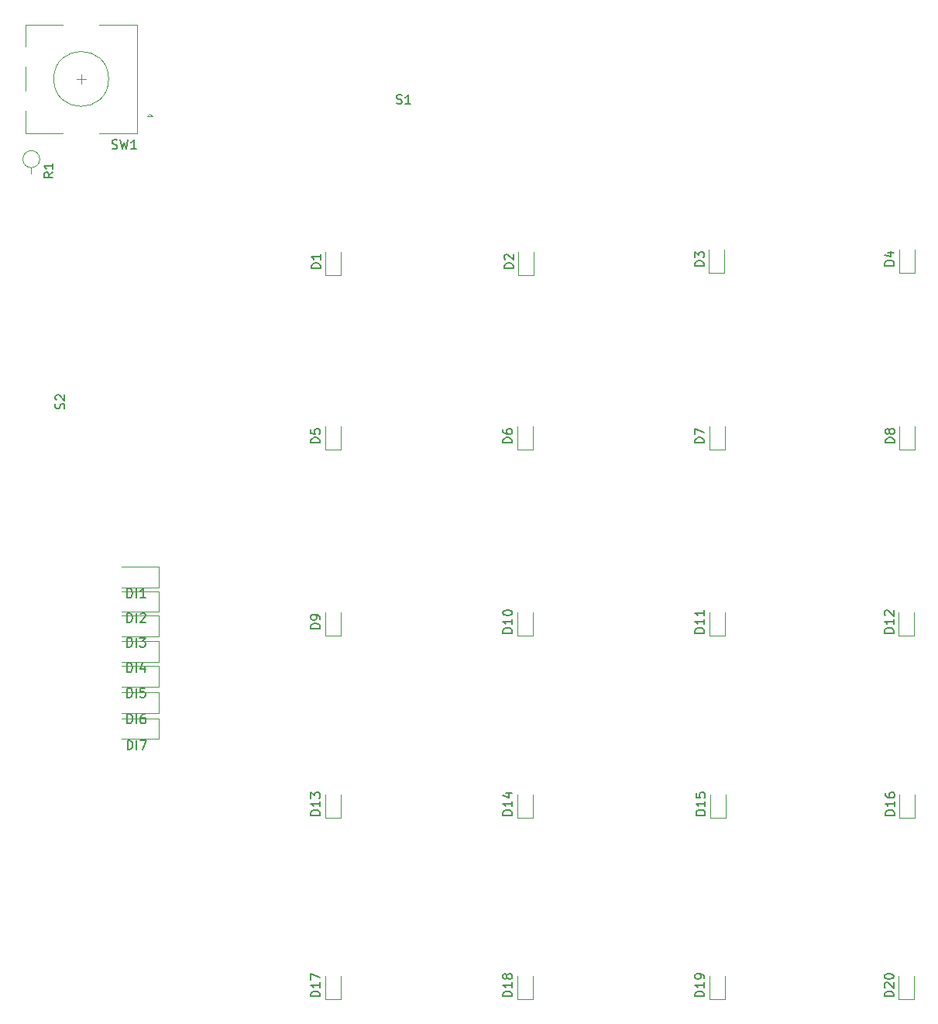
<source format=gto>
G04 #@! TF.GenerationSoftware,KiCad,Pcbnew,(5.1.0)-1*
G04 #@! TF.CreationDate,2019-03-23T00:40:19+01:00*
G04 #@! TF.ProjectId,Schematic2,53636865-6d61-4746-9963-322e6b696361,rev?*
G04 #@! TF.SameCoordinates,Original*
G04 #@! TF.FileFunction,Legend,Top*
G04 #@! TF.FilePolarity,Positive*
%FSLAX46Y46*%
G04 Gerber Fmt 4.6, Leading zero omitted, Abs format (unit mm)*
G04 Created by KiCad (PCBNEW (5.1.0)-1) date 2019-03-23 00:40:19*
%MOMM*%
%LPD*%
G04 APERTURE LIST*
%ADD10C,0.120000*%
%ADD11C,0.150000*%
G04 APERTURE END LIST*
D10*
X86120000Y-138470000D02*
X86120000Y-135920000D01*
X87820000Y-138470000D02*
X87820000Y-135920000D01*
X86120000Y-138470000D02*
X87820000Y-138470000D01*
X107120000Y-138470000D02*
X107120000Y-135920000D01*
X108820000Y-138470000D02*
X108820000Y-135920000D01*
X107120000Y-138470000D02*
X108820000Y-138470000D01*
X127820000Y-138470000D02*
X127820000Y-135920000D01*
X129520000Y-138470000D02*
X129520000Y-135920000D01*
X127820000Y-138470000D02*
X129520000Y-138470000D01*
X65120000Y-138470000D02*
X65120000Y-135920000D01*
X66820000Y-138470000D02*
X66820000Y-135920000D01*
X65120000Y-138470000D02*
X66820000Y-138470000D01*
X38970000Y-37970000D02*
X37970000Y-37970000D01*
X38470000Y-38470000D02*
X38470000Y-37470000D01*
X32370000Y-34470000D02*
X32370000Y-32070000D01*
X32370000Y-39270000D02*
X32370000Y-36670000D01*
X32370000Y-43870000D02*
X32370000Y-41470000D01*
X45670000Y-42070000D02*
X45970000Y-41770000D01*
X46270000Y-42070000D02*
X45670000Y-42070000D01*
X45970000Y-41770000D02*
X46270000Y-42070000D01*
X44570000Y-43870000D02*
X44570000Y-32070000D01*
X40470000Y-43870000D02*
X44570000Y-43870000D01*
X40470000Y-32070000D02*
X44570000Y-32070000D01*
X32370000Y-32070000D02*
X36470000Y-32070000D01*
X36470000Y-43870000D02*
X32370000Y-43870000D01*
X41470000Y-37970000D02*
G75*
G03X41470000Y-37970000I-3000000J0D01*
G01*
X46942500Y-99355000D02*
X42882500Y-99355000D01*
X46942500Y-101625000D02*
X46942500Y-99355000D01*
X42882500Y-101625000D02*
X46942500Y-101625000D01*
X46962500Y-107805000D02*
X42902500Y-107805000D01*
X46962500Y-110075000D02*
X46962500Y-107805000D01*
X42902500Y-110075000D02*
X46962500Y-110075000D01*
X46922500Y-102105000D02*
X42862500Y-102105000D01*
X46922500Y-104375000D02*
X46922500Y-102105000D01*
X42862500Y-104375000D02*
X46922500Y-104375000D01*
X46957500Y-104945000D02*
X42897500Y-104945000D01*
X46957500Y-107215000D02*
X46957500Y-104945000D01*
X42897500Y-107215000D02*
X46957500Y-107215000D01*
X33938000Y-46734000D02*
G75*
G03X33938000Y-46734000I-920000J0D01*
G01*
X33018000Y-47654000D02*
X33018000Y-48274000D01*
X65188000Y-59410000D02*
X65188000Y-56860000D01*
X66888000Y-59410000D02*
X66888000Y-56860000D01*
X65188000Y-59410000D02*
X66888000Y-59410000D01*
X127870000Y-59120000D02*
X127870000Y-56570000D01*
X129570000Y-59120000D02*
X129570000Y-56570000D01*
X127870000Y-59120000D02*
X129570000Y-59120000D01*
X86270000Y-59410000D02*
X86270000Y-56860000D01*
X87970000Y-59410000D02*
X87970000Y-56860000D01*
X86270000Y-59410000D02*
X87970000Y-59410000D01*
X107098000Y-59156000D02*
X107098000Y-56606000D01*
X108798000Y-59156000D02*
X108798000Y-56606000D01*
X107098000Y-59156000D02*
X108798000Y-59156000D01*
X65120000Y-78470000D02*
X65120000Y-75920000D01*
X66820000Y-78470000D02*
X66820000Y-75920000D01*
X65120000Y-78470000D02*
X66820000Y-78470000D01*
X46922500Y-96605000D02*
X42862500Y-96605000D01*
X46922500Y-98875000D02*
X46922500Y-96605000D01*
X42862500Y-98875000D02*
X46922500Y-98875000D01*
X107120000Y-98770000D02*
X107120000Y-96220000D01*
X108820000Y-98770000D02*
X108820000Y-96220000D01*
X107120000Y-98770000D02*
X108820000Y-98770000D01*
X127920000Y-118670000D02*
X127920000Y-116120000D01*
X129620000Y-118670000D02*
X129620000Y-116120000D01*
X127920000Y-118670000D02*
X129620000Y-118670000D01*
X65120000Y-118670000D02*
X65120000Y-116120000D01*
X66820000Y-118670000D02*
X66820000Y-116120000D01*
X65120000Y-118670000D02*
X66820000Y-118670000D01*
X107120000Y-78470000D02*
X107120000Y-75920000D01*
X108820000Y-78470000D02*
X108820000Y-75920000D01*
X107120000Y-78470000D02*
X108820000Y-78470000D01*
X65120000Y-98770000D02*
X65120000Y-96220000D01*
X66820000Y-98770000D02*
X66820000Y-96220000D01*
X65120000Y-98770000D02*
X66820000Y-98770000D01*
X86120000Y-118670000D02*
X86120000Y-116120000D01*
X87820000Y-118670000D02*
X87820000Y-116120000D01*
X86120000Y-118670000D02*
X87820000Y-118670000D01*
X86120000Y-78470000D02*
X86120000Y-75920000D01*
X87820000Y-78470000D02*
X87820000Y-75920000D01*
X86120000Y-78470000D02*
X87820000Y-78470000D01*
X107220000Y-118670000D02*
X107220000Y-116120000D01*
X108920000Y-118670000D02*
X108920000Y-116120000D01*
X107220000Y-118670000D02*
X108920000Y-118670000D01*
X127920000Y-78470000D02*
X127920000Y-75920000D01*
X129620000Y-78470000D02*
X129620000Y-75920000D01*
X127920000Y-78470000D02*
X129620000Y-78470000D01*
X127820000Y-98770000D02*
X127820000Y-96220000D01*
X129520000Y-98770000D02*
X129520000Y-96220000D01*
X127820000Y-98770000D02*
X129520000Y-98770000D01*
X86120000Y-98770000D02*
X86120000Y-96220000D01*
X87820000Y-98770000D02*
X87820000Y-96220000D01*
X86120000Y-98770000D02*
X87820000Y-98770000D01*
X46942500Y-93915000D02*
X42882500Y-93915000D01*
X46942500Y-96185000D02*
X46942500Y-93915000D01*
X42882500Y-96185000D02*
X46942500Y-96185000D01*
X46942500Y-91235000D02*
X42882500Y-91235000D01*
X46942500Y-93505000D02*
X46942500Y-91235000D01*
X42882500Y-93505000D02*
X46942500Y-93505000D01*
D11*
X85572380Y-138184285D02*
X84572380Y-138184285D01*
X84572380Y-137946190D01*
X84620000Y-137803333D01*
X84715238Y-137708095D01*
X84810476Y-137660476D01*
X85000952Y-137612857D01*
X85143809Y-137612857D01*
X85334285Y-137660476D01*
X85429523Y-137708095D01*
X85524761Y-137803333D01*
X85572380Y-137946190D01*
X85572380Y-138184285D01*
X85572380Y-136660476D02*
X85572380Y-137231904D01*
X85572380Y-136946190D02*
X84572380Y-136946190D01*
X84715238Y-137041428D01*
X84810476Y-137136666D01*
X84858095Y-137231904D01*
X85000952Y-136089047D02*
X84953333Y-136184285D01*
X84905714Y-136231904D01*
X84810476Y-136279523D01*
X84762857Y-136279523D01*
X84667619Y-136231904D01*
X84620000Y-136184285D01*
X84572380Y-136089047D01*
X84572380Y-135898571D01*
X84620000Y-135803333D01*
X84667619Y-135755714D01*
X84762857Y-135708095D01*
X84810476Y-135708095D01*
X84905714Y-135755714D01*
X84953333Y-135803333D01*
X85000952Y-135898571D01*
X85000952Y-136089047D01*
X85048571Y-136184285D01*
X85096190Y-136231904D01*
X85191428Y-136279523D01*
X85381904Y-136279523D01*
X85477142Y-136231904D01*
X85524761Y-136184285D01*
X85572380Y-136089047D01*
X85572380Y-135898571D01*
X85524761Y-135803333D01*
X85477142Y-135755714D01*
X85381904Y-135708095D01*
X85191428Y-135708095D01*
X85096190Y-135755714D01*
X85048571Y-135803333D01*
X85000952Y-135898571D01*
X106572380Y-138184285D02*
X105572380Y-138184285D01*
X105572380Y-137946190D01*
X105620000Y-137803333D01*
X105715238Y-137708095D01*
X105810476Y-137660476D01*
X106000952Y-137612857D01*
X106143809Y-137612857D01*
X106334285Y-137660476D01*
X106429523Y-137708095D01*
X106524761Y-137803333D01*
X106572380Y-137946190D01*
X106572380Y-138184285D01*
X106572380Y-136660476D02*
X106572380Y-137231904D01*
X106572380Y-136946190D02*
X105572380Y-136946190D01*
X105715238Y-137041428D01*
X105810476Y-137136666D01*
X105858095Y-137231904D01*
X106572380Y-136184285D02*
X106572380Y-135993809D01*
X106524761Y-135898571D01*
X106477142Y-135850952D01*
X106334285Y-135755714D01*
X106143809Y-135708095D01*
X105762857Y-135708095D01*
X105667619Y-135755714D01*
X105620000Y-135803333D01*
X105572380Y-135898571D01*
X105572380Y-136089047D01*
X105620000Y-136184285D01*
X105667619Y-136231904D01*
X105762857Y-136279523D01*
X106000952Y-136279523D01*
X106096190Y-136231904D01*
X106143809Y-136184285D01*
X106191428Y-136089047D01*
X106191428Y-135898571D01*
X106143809Y-135803333D01*
X106096190Y-135755714D01*
X106000952Y-135708095D01*
X127272380Y-138184285D02*
X126272380Y-138184285D01*
X126272380Y-137946190D01*
X126320000Y-137803333D01*
X126415238Y-137708095D01*
X126510476Y-137660476D01*
X126700952Y-137612857D01*
X126843809Y-137612857D01*
X127034285Y-137660476D01*
X127129523Y-137708095D01*
X127224761Y-137803333D01*
X127272380Y-137946190D01*
X127272380Y-138184285D01*
X126367619Y-137231904D02*
X126320000Y-137184285D01*
X126272380Y-137089047D01*
X126272380Y-136850952D01*
X126320000Y-136755714D01*
X126367619Y-136708095D01*
X126462857Y-136660476D01*
X126558095Y-136660476D01*
X126700952Y-136708095D01*
X127272380Y-137279523D01*
X127272380Y-136660476D01*
X126272380Y-136041428D02*
X126272380Y-135946190D01*
X126320000Y-135850952D01*
X126367619Y-135803333D01*
X126462857Y-135755714D01*
X126653333Y-135708095D01*
X126891428Y-135708095D01*
X127081904Y-135755714D01*
X127177142Y-135803333D01*
X127224761Y-135850952D01*
X127272380Y-135946190D01*
X127272380Y-136041428D01*
X127224761Y-136136666D01*
X127177142Y-136184285D01*
X127081904Y-136231904D01*
X126891428Y-136279523D01*
X126653333Y-136279523D01*
X126462857Y-136231904D01*
X126367619Y-136184285D01*
X126320000Y-136136666D01*
X126272380Y-136041428D01*
X64572380Y-138184285D02*
X63572380Y-138184285D01*
X63572380Y-137946190D01*
X63620000Y-137803333D01*
X63715238Y-137708095D01*
X63810476Y-137660476D01*
X64000952Y-137612857D01*
X64143809Y-137612857D01*
X64334285Y-137660476D01*
X64429523Y-137708095D01*
X64524761Y-137803333D01*
X64572380Y-137946190D01*
X64572380Y-138184285D01*
X64572380Y-136660476D02*
X64572380Y-137231904D01*
X64572380Y-136946190D02*
X63572380Y-136946190D01*
X63715238Y-137041428D01*
X63810476Y-137136666D01*
X63858095Y-137231904D01*
X63572380Y-136327142D02*
X63572380Y-135660476D01*
X64572380Y-136089047D01*
X41836666Y-45574761D02*
X41979523Y-45622380D01*
X42217619Y-45622380D01*
X42312857Y-45574761D01*
X42360476Y-45527142D01*
X42408095Y-45431904D01*
X42408095Y-45336666D01*
X42360476Y-45241428D01*
X42312857Y-45193809D01*
X42217619Y-45146190D01*
X42027142Y-45098571D01*
X41931904Y-45050952D01*
X41884285Y-45003333D01*
X41836666Y-44908095D01*
X41836666Y-44812857D01*
X41884285Y-44717619D01*
X41931904Y-44670000D01*
X42027142Y-44622380D01*
X42265238Y-44622380D01*
X42408095Y-44670000D01*
X42741428Y-44622380D02*
X42979523Y-45622380D01*
X43170000Y-44908095D01*
X43360476Y-45622380D01*
X43598571Y-44622380D01*
X44503333Y-45622380D02*
X43931904Y-45622380D01*
X44217619Y-45622380D02*
X44217619Y-44622380D01*
X44122380Y-44765238D01*
X44027142Y-44860476D01*
X43931904Y-44908095D01*
X43506309Y-102762380D02*
X43506309Y-101762380D01*
X43744404Y-101762380D01*
X43887261Y-101810000D01*
X43982500Y-101905238D01*
X44030119Y-102000476D01*
X44077738Y-102190952D01*
X44077738Y-102333809D01*
X44030119Y-102524285D01*
X43982500Y-102619523D01*
X43887261Y-102714761D01*
X43744404Y-102762380D01*
X43506309Y-102762380D01*
X44506309Y-102762380D02*
X44506309Y-101762380D01*
X45411071Y-102095714D02*
X45411071Y-102762380D01*
X45172976Y-101714761D02*
X44934880Y-102429047D01*
X45553928Y-102429047D01*
X43526309Y-111212380D02*
X43526309Y-110212380D01*
X43764404Y-110212380D01*
X43907261Y-110260000D01*
X44002500Y-110355238D01*
X44050119Y-110450476D01*
X44097738Y-110640952D01*
X44097738Y-110783809D01*
X44050119Y-110974285D01*
X44002500Y-111069523D01*
X43907261Y-111164761D01*
X43764404Y-111212380D01*
X43526309Y-111212380D01*
X44526309Y-111212380D02*
X44526309Y-110212380D01*
X44907261Y-110212380D02*
X45573928Y-110212380D01*
X45145357Y-111212380D01*
X43486309Y-105512380D02*
X43486309Y-104512380D01*
X43724404Y-104512380D01*
X43867261Y-104560000D01*
X43962500Y-104655238D01*
X44010119Y-104750476D01*
X44057738Y-104940952D01*
X44057738Y-105083809D01*
X44010119Y-105274285D01*
X43962500Y-105369523D01*
X43867261Y-105464761D01*
X43724404Y-105512380D01*
X43486309Y-105512380D01*
X44486309Y-105512380D02*
X44486309Y-104512380D01*
X45438690Y-104512380D02*
X44962500Y-104512380D01*
X44914880Y-104988571D01*
X44962500Y-104940952D01*
X45057738Y-104893333D01*
X45295833Y-104893333D01*
X45391071Y-104940952D01*
X45438690Y-104988571D01*
X45486309Y-105083809D01*
X45486309Y-105321904D01*
X45438690Y-105417142D01*
X45391071Y-105464761D01*
X45295833Y-105512380D01*
X45057738Y-105512380D01*
X44962500Y-105464761D01*
X44914880Y-105417142D01*
X43521309Y-108352380D02*
X43521309Y-107352380D01*
X43759404Y-107352380D01*
X43902261Y-107400000D01*
X43997500Y-107495238D01*
X44045119Y-107590476D01*
X44092738Y-107780952D01*
X44092738Y-107923809D01*
X44045119Y-108114285D01*
X43997500Y-108209523D01*
X43902261Y-108304761D01*
X43759404Y-108352380D01*
X43521309Y-108352380D01*
X44521309Y-108352380D02*
X44521309Y-107352380D01*
X45426071Y-107352380D02*
X45235595Y-107352380D01*
X45140357Y-107400000D01*
X45092738Y-107447619D01*
X44997500Y-107590476D01*
X44949880Y-107780952D01*
X44949880Y-108161904D01*
X44997500Y-108257142D01*
X45045119Y-108304761D01*
X45140357Y-108352380D01*
X45330833Y-108352380D01*
X45426071Y-108304761D01*
X45473690Y-108257142D01*
X45521309Y-108161904D01*
X45521309Y-107923809D01*
X45473690Y-107828571D01*
X45426071Y-107780952D01*
X45330833Y-107733333D01*
X45140357Y-107733333D01*
X45045119Y-107780952D01*
X44997500Y-107828571D01*
X44949880Y-107923809D01*
X35390380Y-48170666D02*
X34914190Y-48504000D01*
X35390380Y-48742095D02*
X34390380Y-48742095D01*
X34390380Y-48361142D01*
X34438000Y-48265904D01*
X34485619Y-48218285D01*
X34580857Y-48170666D01*
X34723714Y-48170666D01*
X34818952Y-48218285D01*
X34866571Y-48265904D01*
X34914190Y-48361142D01*
X34914190Y-48742095D01*
X35390380Y-47218285D02*
X35390380Y-47789714D01*
X35390380Y-47504000D02*
X34390380Y-47504000D01*
X34533238Y-47599238D01*
X34628476Y-47694476D01*
X34676095Y-47789714D01*
X36598761Y-73989904D02*
X36646380Y-73847047D01*
X36646380Y-73608952D01*
X36598761Y-73513714D01*
X36551142Y-73466095D01*
X36455904Y-73418476D01*
X36360666Y-73418476D01*
X36265428Y-73466095D01*
X36217809Y-73513714D01*
X36170190Y-73608952D01*
X36122571Y-73799428D01*
X36074952Y-73894666D01*
X36027333Y-73942285D01*
X35932095Y-73989904D01*
X35836857Y-73989904D01*
X35741619Y-73942285D01*
X35694000Y-73894666D01*
X35646380Y-73799428D01*
X35646380Y-73561333D01*
X35694000Y-73418476D01*
X35741619Y-73037523D02*
X35694000Y-72989904D01*
X35646380Y-72894666D01*
X35646380Y-72656571D01*
X35694000Y-72561333D01*
X35741619Y-72513714D01*
X35836857Y-72466095D01*
X35932095Y-72466095D01*
X36074952Y-72513714D01*
X36646380Y-73085142D01*
X36646380Y-72466095D01*
X64640380Y-58648095D02*
X63640380Y-58648095D01*
X63640380Y-58410000D01*
X63688000Y-58267142D01*
X63783238Y-58171904D01*
X63878476Y-58124285D01*
X64068952Y-58076666D01*
X64211809Y-58076666D01*
X64402285Y-58124285D01*
X64497523Y-58171904D01*
X64592761Y-58267142D01*
X64640380Y-58410000D01*
X64640380Y-58648095D01*
X64640380Y-57124285D02*
X64640380Y-57695714D01*
X64640380Y-57410000D02*
X63640380Y-57410000D01*
X63783238Y-57505238D01*
X63878476Y-57600476D01*
X63926095Y-57695714D01*
X127322380Y-58358095D02*
X126322380Y-58358095D01*
X126322380Y-58120000D01*
X126370000Y-57977142D01*
X126465238Y-57881904D01*
X126560476Y-57834285D01*
X126750952Y-57786666D01*
X126893809Y-57786666D01*
X127084285Y-57834285D01*
X127179523Y-57881904D01*
X127274761Y-57977142D01*
X127322380Y-58120000D01*
X127322380Y-58358095D01*
X126655714Y-56929523D02*
X127322380Y-56929523D01*
X126274761Y-57167619D02*
X126989047Y-57405714D01*
X126989047Y-56786666D01*
X85722380Y-58648095D02*
X84722380Y-58648095D01*
X84722380Y-58410000D01*
X84770000Y-58267142D01*
X84865238Y-58171904D01*
X84960476Y-58124285D01*
X85150952Y-58076666D01*
X85293809Y-58076666D01*
X85484285Y-58124285D01*
X85579523Y-58171904D01*
X85674761Y-58267142D01*
X85722380Y-58410000D01*
X85722380Y-58648095D01*
X84817619Y-57695714D02*
X84770000Y-57648095D01*
X84722380Y-57552857D01*
X84722380Y-57314761D01*
X84770000Y-57219523D01*
X84817619Y-57171904D01*
X84912857Y-57124285D01*
X85008095Y-57124285D01*
X85150952Y-57171904D01*
X85722380Y-57743333D01*
X85722380Y-57124285D01*
X106550380Y-58394095D02*
X105550380Y-58394095D01*
X105550380Y-58156000D01*
X105598000Y-58013142D01*
X105693238Y-57917904D01*
X105788476Y-57870285D01*
X105978952Y-57822666D01*
X106121809Y-57822666D01*
X106312285Y-57870285D01*
X106407523Y-57917904D01*
X106502761Y-58013142D01*
X106550380Y-58156000D01*
X106550380Y-58394095D01*
X105550380Y-57489333D02*
X105550380Y-56870285D01*
X105931333Y-57203619D01*
X105931333Y-57060761D01*
X105978952Y-56965523D01*
X106026571Y-56917904D01*
X106121809Y-56870285D01*
X106359904Y-56870285D01*
X106455142Y-56917904D01*
X106502761Y-56965523D01*
X106550380Y-57060761D01*
X106550380Y-57346476D01*
X106502761Y-57441714D01*
X106455142Y-57489333D01*
X64572380Y-77708095D02*
X63572380Y-77708095D01*
X63572380Y-77470000D01*
X63620000Y-77327142D01*
X63715238Y-77231904D01*
X63810476Y-77184285D01*
X64000952Y-77136666D01*
X64143809Y-77136666D01*
X64334285Y-77184285D01*
X64429523Y-77231904D01*
X64524761Y-77327142D01*
X64572380Y-77470000D01*
X64572380Y-77708095D01*
X63572380Y-76231904D02*
X63572380Y-76708095D01*
X64048571Y-76755714D01*
X64000952Y-76708095D01*
X63953333Y-76612857D01*
X63953333Y-76374761D01*
X64000952Y-76279523D01*
X64048571Y-76231904D01*
X64143809Y-76184285D01*
X64381904Y-76184285D01*
X64477142Y-76231904D01*
X64524761Y-76279523D01*
X64572380Y-76374761D01*
X64572380Y-76612857D01*
X64524761Y-76708095D01*
X64477142Y-76755714D01*
X43486309Y-100012380D02*
X43486309Y-99012380D01*
X43724404Y-99012380D01*
X43867261Y-99060000D01*
X43962500Y-99155238D01*
X44010119Y-99250476D01*
X44057738Y-99440952D01*
X44057738Y-99583809D01*
X44010119Y-99774285D01*
X43962500Y-99869523D01*
X43867261Y-99964761D01*
X43724404Y-100012380D01*
X43486309Y-100012380D01*
X44486309Y-100012380D02*
X44486309Y-99012380D01*
X44867261Y-99012380D02*
X45486309Y-99012380D01*
X45152976Y-99393333D01*
X45295833Y-99393333D01*
X45391071Y-99440952D01*
X45438690Y-99488571D01*
X45486309Y-99583809D01*
X45486309Y-99821904D01*
X45438690Y-99917142D01*
X45391071Y-99964761D01*
X45295833Y-100012380D01*
X45010119Y-100012380D01*
X44914880Y-99964761D01*
X44867261Y-99917142D01*
X106572380Y-98484285D02*
X105572380Y-98484285D01*
X105572380Y-98246190D01*
X105620000Y-98103333D01*
X105715238Y-98008095D01*
X105810476Y-97960476D01*
X106000952Y-97912857D01*
X106143809Y-97912857D01*
X106334285Y-97960476D01*
X106429523Y-98008095D01*
X106524761Y-98103333D01*
X106572380Y-98246190D01*
X106572380Y-98484285D01*
X106572380Y-96960476D02*
X106572380Y-97531904D01*
X106572380Y-97246190D02*
X105572380Y-97246190D01*
X105715238Y-97341428D01*
X105810476Y-97436666D01*
X105858095Y-97531904D01*
X106572380Y-96008095D02*
X106572380Y-96579523D01*
X106572380Y-96293809D02*
X105572380Y-96293809D01*
X105715238Y-96389047D01*
X105810476Y-96484285D01*
X105858095Y-96579523D01*
X127372380Y-118384285D02*
X126372380Y-118384285D01*
X126372380Y-118146190D01*
X126420000Y-118003333D01*
X126515238Y-117908095D01*
X126610476Y-117860476D01*
X126800952Y-117812857D01*
X126943809Y-117812857D01*
X127134285Y-117860476D01*
X127229523Y-117908095D01*
X127324761Y-118003333D01*
X127372380Y-118146190D01*
X127372380Y-118384285D01*
X127372380Y-116860476D02*
X127372380Y-117431904D01*
X127372380Y-117146190D02*
X126372380Y-117146190D01*
X126515238Y-117241428D01*
X126610476Y-117336666D01*
X126658095Y-117431904D01*
X126372380Y-116003333D02*
X126372380Y-116193809D01*
X126420000Y-116289047D01*
X126467619Y-116336666D01*
X126610476Y-116431904D01*
X126800952Y-116479523D01*
X127181904Y-116479523D01*
X127277142Y-116431904D01*
X127324761Y-116384285D01*
X127372380Y-116289047D01*
X127372380Y-116098571D01*
X127324761Y-116003333D01*
X127277142Y-115955714D01*
X127181904Y-115908095D01*
X126943809Y-115908095D01*
X126848571Y-115955714D01*
X126800952Y-116003333D01*
X126753333Y-116098571D01*
X126753333Y-116289047D01*
X126800952Y-116384285D01*
X126848571Y-116431904D01*
X126943809Y-116479523D01*
X64572380Y-118384285D02*
X63572380Y-118384285D01*
X63572380Y-118146190D01*
X63620000Y-118003333D01*
X63715238Y-117908095D01*
X63810476Y-117860476D01*
X64000952Y-117812857D01*
X64143809Y-117812857D01*
X64334285Y-117860476D01*
X64429523Y-117908095D01*
X64524761Y-118003333D01*
X64572380Y-118146190D01*
X64572380Y-118384285D01*
X64572380Y-116860476D02*
X64572380Y-117431904D01*
X64572380Y-117146190D02*
X63572380Y-117146190D01*
X63715238Y-117241428D01*
X63810476Y-117336666D01*
X63858095Y-117431904D01*
X63572380Y-116527142D02*
X63572380Y-115908095D01*
X63953333Y-116241428D01*
X63953333Y-116098571D01*
X64000952Y-116003333D01*
X64048571Y-115955714D01*
X64143809Y-115908095D01*
X64381904Y-115908095D01*
X64477142Y-115955714D01*
X64524761Y-116003333D01*
X64572380Y-116098571D01*
X64572380Y-116384285D01*
X64524761Y-116479523D01*
X64477142Y-116527142D01*
X106572380Y-77708095D02*
X105572380Y-77708095D01*
X105572380Y-77470000D01*
X105620000Y-77327142D01*
X105715238Y-77231904D01*
X105810476Y-77184285D01*
X106000952Y-77136666D01*
X106143809Y-77136666D01*
X106334285Y-77184285D01*
X106429523Y-77231904D01*
X106524761Y-77327142D01*
X106572380Y-77470000D01*
X106572380Y-77708095D01*
X105572380Y-76803333D02*
X105572380Y-76136666D01*
X106572380Y-76565238D01*
X64572380Y-98008095D02*
X63572380Y-98008095D01*
X63572380Y-97770000D01*
X63620000Y-97627142D01*
X63715238Y-97531904D01*
X63810476Y-97484285D01*
X64000952Y-97436666D01*
X64143809Y-97436666D01*
X64334285Y-97484285D01*
X64429523Y-97531904D01*
X64524761Y-97627142D01*
X64572380Y-97770000D01*
X64572380Y-98008095D01*
X64572380Y-96960476D02*
X64572380Y-96770000D01*
X64524761Y-96674761D01*
X64477142Y-96627142D01*
X64334285Y-96531904D01*
X64143809Y-96484285D01*
X63762857Y-96484285D01*
X63667619Y-96531904D01*
X63620000Y-96579523D01*
X63572380Y-96674761D01*
X63572380Y-96865238D01*
X63620000Y-96960476D01*
X63667619Y-97008095D01*
X63762857Y-97055714D01*
X64000952Y-97055714D01*
X64096190Y-97008095D01*
X64143809Y-96960476D01*
X64191428Y-96865238D01*
X64191428Y-96674761D01*
X64143809Y-96579523D01*
X64096190Y-96531904D01*
X64000952Y-96484285D01*
X85572380Y-118384285D02*
X84572380Y-118384285D01*
X84572380Y-118146190D01*
X84620000Y-118003333D01*
X84715238Y-117908095D01*
X84810476Y-117860476D01*
X85000952Y-117812857D01*
X85143809Y-117812857D01*
X85334285Y-117860476D01*
X85429523Y-117908095D01*
X85524761Y-118003333D01*
X85572380Y-118146190D01*
X85572380Y-118384285D01*
X85572380Y-116860476D02*
X85572380Y-117431904D01*
X85572380Y-117146190D02*
X84572380Y-117146190D01*
X84715238Y-117241428D01*
X84810476Y-117336666D01*
X84858095Y-117431904D01*
X84905714Y-116003333D02*
X85572380Y-116003333D01*
X84524761Y-116241428D02*
X85239047Y-116479523D01*
X85239047Y-115860476D01*
X85572380Y-77708095D02*
X84572380Y-77708095D01*
X84572380Y-77470000D01*
X84620000Y-77327142D01*
X84715238Y-77231904D01*
X84810476Y-77184285D01*
X85000952Y-77136666D01*
X85143809Y-77136666D01*
X85334285Y-77184285D01*
X85429523Y-77231904D01*
X85524761Y-77327142D01*
X85572380Y-77470000D01*
X85572380Y-77708095D01*
X84572380Y-76279523D02*
X84572380Y-76470000D01*
X84620000Y-76565238D01*
X84667619Y-76612857D01*
X84810476Y-76708095D01*
X85000952Y-76755714D01*
X85381904Y-76755714D01*
X85477142Y-76708095D01*
X85524761Y-76660476D01*
X85572380Y-76565238D01*
X85572380Y-76374761D01*
X85524761Y-76279523D01*
X85477142Y-76231904D01*
X85381904Y-76184285D01*
X85143809Y-76184285D01*
X85048571Y-76231904D01*
X85000952Y-76279523D01*
X84953333Y-76374761D01*
X84953333Y-76565238D01*
X85000952Y-76660476D01*
X85048571Y-76708095D01*
X85143809Y-76755714D01*
X106672380Y-118384285D02*
X105672380Y-118384285D01*
X105672380Y-118146190D01*
X105720000Y-118003333D01*
X105815238Y-117908095D01*
X105910476Y-117860476D01*
X106100952Y-117812857D01*
X106243809Y-117812857D01*
X106434285Y-117860476D01*
X106529523Y-117908095D01*
X106624761Y-118003333D01*
X106672380Y-118146190D01*
X106672380Y-118384285D01*
X106672380Y-116860476D02*
X106672380Y-117431904D01*
X106672380Y-117146190D02*
X105672380Y-117146190D01*
X105815238Y-117241428D01*
X105910476Y-117336666D01*
X105958095Y-117431904D01*
X105672380Y-115955714D02*
X105672380Y-116431904D01*
X106148571Y-116479523D01*
X106100952Y-116431904D01*
X106053333Y-116336666D01*
X106053333Y-116098571D01*
X106100952Y-116003333D01*
X106148571Y-115955714D01*
X106243809Y-115908095D01*
X106481904Y-115908095D01*
X106577142Y-115955714D01*
X106624761Y-116003333D01*
X106672380Y-116098571D01*
X106672380Y-116336666D01*
X106624761Y-116431904D01*
X106577142Y-116479523D01*
X127372380Y-77708095D02*
X126372380Y-77708095D01*
X126372380Y-77470000D01*
X126420000Y-77327142D01*
X126515238Y-77231904D01*
X126610476Y-77184285D01*
X126800952Y-77136666D01*
X126943809Y-77136666D01*
X127134285Y-77184285D01*
X127229523Y-77231904D01*
X127324761Y-77327142D01*
X127372380Y-77470000D01*
X127372380Y-77708095D01*
X126800952Y-76565238D02*
X126753333Y-76660476D01*
X126705714Y-76708095D01*
X126610476Y-76755714D01*
X126562857Y-76755714D01*
X126467619Y-76708095D01*
X126420000Y-76660476D01*
X126372380Y-76565238D01*
X126372380Y-76374761D01*
X126420000Y-76279523D01*
X126467619Y-76231904D01*
X126562857Y-76184285D01*
X126610476Y-76184285D01*
X126705714Y-76231904D01*
X126753333Y-76279523D01*
X126800952Y-76374761D01*
X126800952Y-76565238D01*
X126848571Y-76660476D01*
X126896190Y-76708095D01*
X126991428Y-76755714D01*
X127181904Y-76755714D01*
X127277142Y-76708095D01*
X127324761Y-76660476D01*
X127372380Y-76565238D01*
X127372380Y-76374761D01*
X127324761Y-76279523D01*
X127277142Y-76231904D01*
X127181904Y-76184285D01*
X126991428Y-76184285D01*
X126896190Y-76231904D01*
X126848571Y-76279523D01*
X126800952Y-76374761D01*
X127272380Y-98484285D02*
X126272380Y-98484285D01*
X126272380Y-98246190D01*
X126320000Y-98103333D01*
X126415238Y-98008095D01*
X126510476Y-97960476D01*
X126700952Y-97912857D01*
X126843809Y-97912857D01*
X127034285Y-97960476D01*
X127129523Y-98008095D01*
X127224761Y-98103333D01*
X127272380Y-98246190D01*
X127272380Y-98484285D01*
X127272380Y-96960476D02*
X127272380Y-97531904D01*
X127272380Y-97246190D02*
X126272380Y-97246190D01*
X126415238Y-97341428D01*
X126510476Y-97436666D01*
X126558095Y-97531904D01*
X126367619Y-96579523D02*
X126320000Y-96531904D01*
X126272380Y-96436666D01*
X126272380Y-96198571D01*
X126320000Y-96103333D01*
X126367619Y-96055714D01*
X126462857Y-96008095D01*
X126558095Y-96008095D01*
X126700952Y-96055714D01*
X127272380Y-96627142D01*
X127272380Y-96008095D01*
X85572380Y-98484285D02*
X84572380Y-98484285D01*
X84572380Y-98246190D01*
X84620000Y-98103333D01*
X84715238Y-98008095D01*
X84810476Y-97960476D01*
X85000952Y-97912857D01*
X85143809Y-97912857D01*
X85334285Y-97960476D01*
X85429523Y-98008095D01*
X85524761Y-98103333D01*
X85572380Y-98246190D01*
X85572380Y-98484285D01*
X85572380Y-96960476D02*
X85572380Y-97531904D01*
X85572380Y-97246190D02*
X84572380Y-97246190D01*
X84715238Y-97341428D01*
X84810476Y-97436666D01*
X84858095Y-97531904D01*
X84572380Y-96341428D02*
X84572380Y-96246190D01*
X84620000Y-96150952D01*
X84667619Y-96103333D01*
X84762857Y-96055714D01*
X84953333Y-96008095D01*
X85191428Y-96008095D01*
X85381904Y-96055714D01*
X85477142Y-96103333D01*
X85524761Y-96150952D01*
X85572380Y-96246190D01*
X85572380Y-96341428D01*
X85524761Y-96436666D01*
X85477142Y-96484285D01*
X85381904Y-96531904D01*
X85191428Y-96579523D01*
X84953333Y-96579523D01*
X84762857Y-96531904D01*
X84667619Y-96484285D01*
X84620000Y-96436666D01*
X84572380Y-96341428D01*
X43506309Y-97322380D02*
X43506309Y-96322380D01*
X43744404Y-96322380D01*
X43887261Y-96370000D01*
X43982500Y-96465238D01*
X44030119Y-96560476D01*
X44077738Y-96750952D01*
X44077738Y-96893809D01*
X44030119Y-97084285D01*
X43982500Y-97179523D01*
X43887261Y-97274761D01*
X43744404Y-97322380D01*
X43506309Y-97322380D01*
X44506309Y-97322380D02*
X44506309Y-96322380D01*
X44934880Y-96417619D02*
X44982500Y-96370000D01*
X45077738Y-96322380D01*
X45315833Y-96322380D01*
X45411071Y-96370000D01*
X45458690Y-96417619D01*
X45506309Y-96512857D01*
X45506309Y-96608095D01*
X45458690Y-96750952D01*
X44887261Y-97322380D01*
X45506309Y-97322380D01*
X43506309Y-94642380D02*
X43506309Y-93642380D01*
X43744404Y-93642380D01*
X43887261Y-93690000D01*
X43982500Y-93785238D01*
X44030119Y-93880476D01*
X44077738Y-94070952D01*
X44077738Y-94213809D01*
X44030119Y-94404285D01*
X43982500Y-94499523D01*
X43887261Y-94594761D01*
X43744404Y-94642380D01*
X43506309Y-94642380D01*
X44506309Y-94642380D02*
X44506309Y-93642380D01*
X45506309Y-94642380D02*
X44934880Y-94642380D01*
X45220595Y-94642380D02*
X45220595Y-93642380D01*
X45125357Y-93785238D01*
X45030119Y-93880476D01*
X44934880Y-93928095D01*
X72956095Y-40650761D02*
X73098952Y-40698380D01*
X73337047Y-40698380D01*
X73432285Y-40650761D01*
X73479904Y-40603142D01*
X73527523Y-40507904D01*
X73527523Y-40412666D01*
X73479904Y-40317428D01*
X73432285Y-40269809D01*
X73337047Y-40222190D01*
X73146571Y-40174571D01*
X73051333Y-40126952D01*
X73003714Y-40079333D01*
X72956095Y-39984095D01*
X72956095Y-39888857D01*
X73003714Y-39793619D01*
X73051333Y-39746000D01*
X73146571Y-39698380D01*
X73384666Y-39698380D01*
X73527523Y-39746000D01*
X74479904Y-40698380D02*
X73908476Y-40698380D01*
X74194190Y-40698380D02*
X74194190Y-39698380D01*
X74098952Y-39841238D01*
X74003714Y-39936476D01*
X73908476Y-39984095D01*
M02*

</source>
